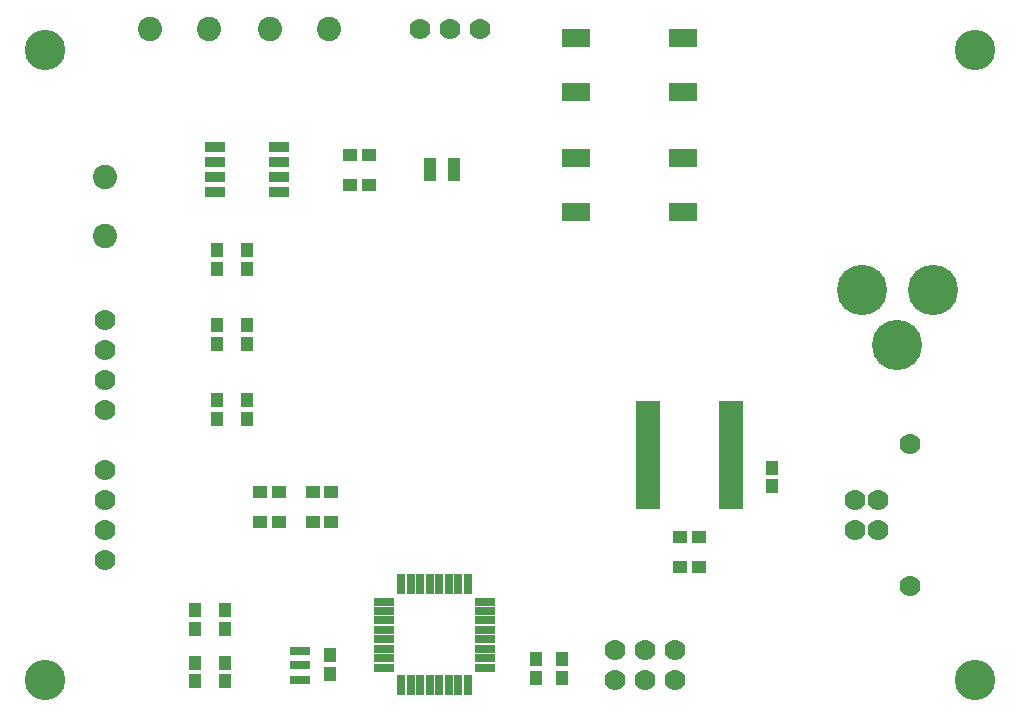
<source format=gts>
*
*
G04 PADS 9.3.1 Build Number: 456998 generated Gerber (RS-274-X) file*
G04 PC Version=2.1*
*
%IN "ShuttleBoxBehavior.pcb"*%
*
%MOIN*%
*
%FSLAX35Y35*%
*
*
*
*
G04 PC Standard Apertures*
*
*
G04 Thermal Relief Aperture macro.*
%AMTER*
1,1,$1,0,0*
1,0,$1-$2,0,0*
21,0,$3,$4,0,0,45*
21,0,$3,$4,0,0,135*
%
*
*
G04 Annular Aperture macro.*
%AMANN*
1,1,$1,0,0*
1,0,$2,0,0*
%
*
*
G04 Odd Aperture macro.*
%AMODD*
1,1,$1,0,0*
1,0,$1-0.005,0,0*
%
*
*
G04 PC Custom Aperture Macros*
*
*
*
*
*
*
G04 PC Aperture Table*
*
%ADD010C,0.001*%
%ADD042R,0.048X0.04*%
%ADD048R,0.04X0.048*%
%ADD051C,0.07*%
%ADD059R,0.08087X0.02772*%
%ADD148R,0.09268X0.06118*%
%ADD163R,0.06906X0.03165*%
%ADD164R,0.03165X0.06906*%
%ADD166R,0.06906X0.03362*%
%ADD172C,0.135*%
%ADD173R,0.06512X0.02575*%
%ADD174C,0.16748*%
%ADD175R,0.04346X0.02575*%
%ADD187C,0.08087*%
*
*
*
*
G04 PC Circuitry*
G04 Layer Name ShuttleBoxBehavior.pcb - circuitry*
%LPD*%
*
*
G04 PC Custom Flashes*
G04 Layer Name ShuttleBoxBehavior.pcb - flashes*
%LPD*%
*
*
G04 PC Circuitry*
G04 Layer Name ShuttleBoxBehavior.pcb - circuitry*
%LPD*%
*
G54D10*
G54D42*
G01X231900Y67500D03*
X238100D03*
Y57500D03*
X231900D03*
X128100Y195000D03*
X121900D03*
Y185000D03*
X128100D03*
X91900Y82500D03*
X98100D03*
Y72500D03*
X91900D03*
X109400Y82500D03*
X115600D03*
Y72500D03*
X109400D03*
G54D48*
X115000Y21900D03*
Y28100D03*
X262500Y84400D03*
Y90600D03*
X80000Y43100D03*
Y36900D03*
Y25600D03*
Y19400D03*
X77500Y163100D03*
Y156900D03*
Y138100D03*
Y131900D03*
Y113100D03*
Y106900D03*
X70000Y36900D03*
Y43100D03*
Y19400D03*
Y25600D03*
X87500Y156900D03*
Y163100D03*
Y131900D03*
Y138100D03*
Y106900D03*
Y113100D03*
X183750Y20650D03*
Y26850D03*
X192500Y20650D03*
Y26850D03*
G54D51*
X230000Y20000D03*
Y30000D03*
X220000Y20000D03*
Y30000D03*
X210000Y20000D03*
Y30000D03*
X145000Y237000D03*
X155000D03*
X165000D03*
X290000Y70000D03*
Y79843D03*
X297874D03*
Y70000D03*
X308504Y98622D03*
Y51220D03*
X40000Y110000D03*
Y120000D03*
Y130000D03*
Y140000D03*
Y60000D03*
Y70000D03*
Y80000D03*
Y90000D03*
G54D59*
X221024Y111634D03*
Y109075D03*
Y106516D03*
Y103957D03*
Y101398D03*
Y98839D03*
Y96280D03*
Y93720D03*
Y91161D03*
Y88602D03*
Y86043D03*
Y83484D03*
Y80925D03*
Y78366D03*
X248976D03*
Y80925D03*
Y83484D03*
Y86043D03*
Y88602D03*
Y91161D03*
Y93720D03*
Y96280D03*
Y98839D03*
Y101398D03*
Y103957D03*
Y106516D03*
Y109075D03*
Y111634D03*
G54D148*
X232827Y193795D03*
X197000D03*
X232827Y176000D03*
X197000D03*
X232827Y233795D03*
X197000D03*
X232827Y216000D03*
X197000D03*
G54D163*
X133268Y46024D03*
Y42874D03*
Y39724D03*
Y36575D03*
Y33425D03*
Y30276D03*
Y27126D03*
Y23976D03*
X166732D03*
Y27126D03*
Y30276D03*
Y33425D03*
Y36575D03*
Y39724D03*
Y42874D03*
Y46024D03*
G54D164*
X138976Y18268D03*
X142126D03*
X145276D03*
X148425D03*
X151575D03*
X154724D03*
X157874D03*
X161024D03*
Y51732D03*
X157874D03*
X154724D03*
X151575D03*
X148425D03*
X145276D03*
X142126D03*
X138976D03*
G54D166*
X98130Y182500D03*
Y187500D03*
Y192500D03*
Y197500D03*
X76870D03*
Y192500D03*
Y187500D03*
Y182500D03*
G54D172*
X20000Y230000D03*
X330000D03*
Y20000D03*
X20000D03*
G54D173*
X105000D03*
Y24724D03*
Y29449D03*
G54D174*
X292500Y150000D03*
X316122D03*
X304311Y131496D03*
G54D175*
X148366Y192559D03*
Y190000D03*
Y187441D03*
X156634D03*
Y190000D03*
Y192559D03*
G54D187*
X40250Y187500D03*
Y167815D03*
X55000Y237000D03*
X74685D03*
X95000D03*
X114685D03*
X0Y0D02*
M02*

</source>
